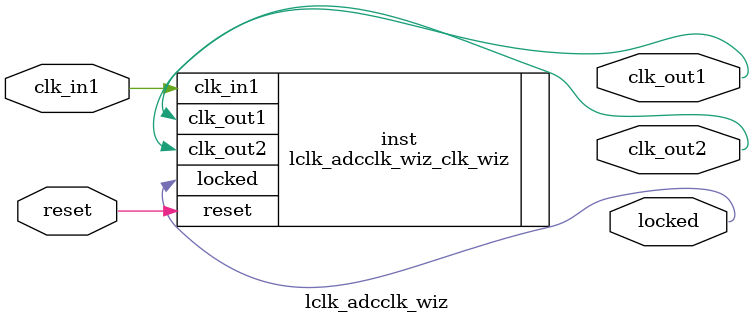
<source format=v>


`timescale 1ps/1ps

(* CORE_GENERATION_INFO = "lclk_adcclk_wiz,clk_wiz_v6_0_3_0_0,{component_name=lclk_adcclk_wiz,use_phase_alignment=true,use_min_o_jitter=false,use_max_i_jitter=false,use_dyn_phase_shift=false,use_inclk_switchover=false,use_dyn_reconfig=false,enable_axi=0,feedback_source=FDBK_AUTO,PRIMITIVE=MMCM,num_out_clk=2,clkin1_period=50.000,clkin2_period=10.0,use_power_down=false,use_reset=true,use_locked=true,use_inclk_stopped=false,feedback_type=SINGLE,CLOCK_MGR_TYPE=NA,manual_override=false}" *)

module lclk_adcclk_wiz 
 (
  // Clock out ports
  output        clk_out1,
  output        clk_out2,
  // Status and control signals
  input         reset,
  output        locked,
 // Clock in ports
  input         clk_in1
 );

  lclk_adcclk_wiz_clk_wiz inst
  (
  // Clock out ports  
  .clk_out1(clk_out1),
  .clk_out2(clk_out2),
  // Status and control signals               
  .reset(reset), 
  .locked(locked),
 // Clock in ports
  .clk_in1(clk_in1)
  );

endmodule

</source>
